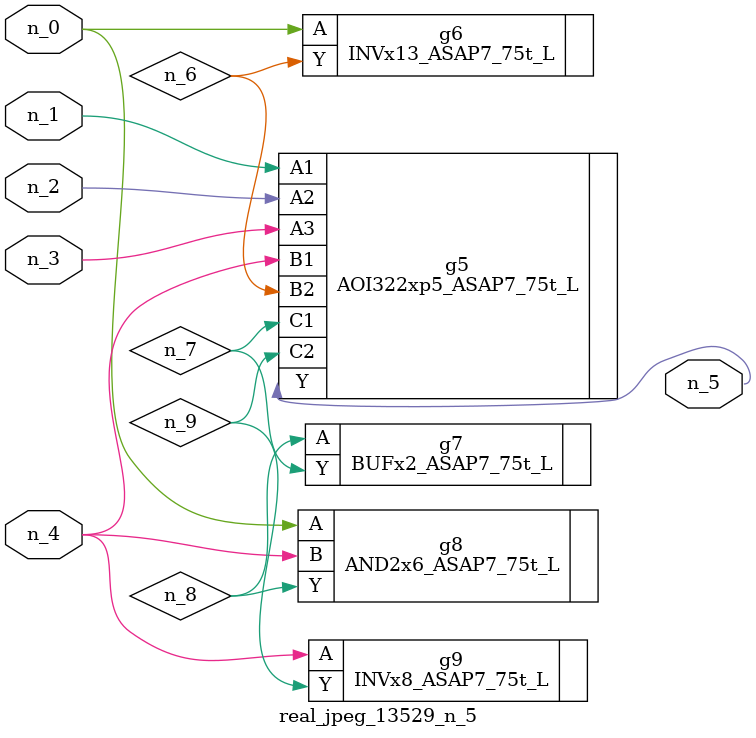
<source format=v>
module real_jpeg_13529_n_5 (n_4, n_0, n_1, n_2, n_3, n_5);

input n_4;
input n_0;
input n_1;
input n_2;
input n_3;

output n_5;

wire n_8;
wire n_6;
wire n_7;
wire n_9;

INVx13_ASAP7_75t_L g6 ( 
.A(n_0),
.Y(n_6)
);

AND2x6_ASAP7_75t_L g8 ( 
.A(n_0),
.B(n_4),
.Y(n_8)
);

AOI322xp5_ASAP7_75t_L g5 ( 
.A1(n_1),
.A2(n_2),
.A3(n_3),
.B1(n_4),
.B2(n_6),
.C1(n_7),
.C2(n_9),
.Y(n_5)
);

INVx8_ASAP7_75t_L g9 ( 
.A(n_4),
.Y(n_9)
);

BUFx2_ASAP7_75t_L g7 ( 
.A(n_8),
.Y(n_7)
);


endmodule
</source>
